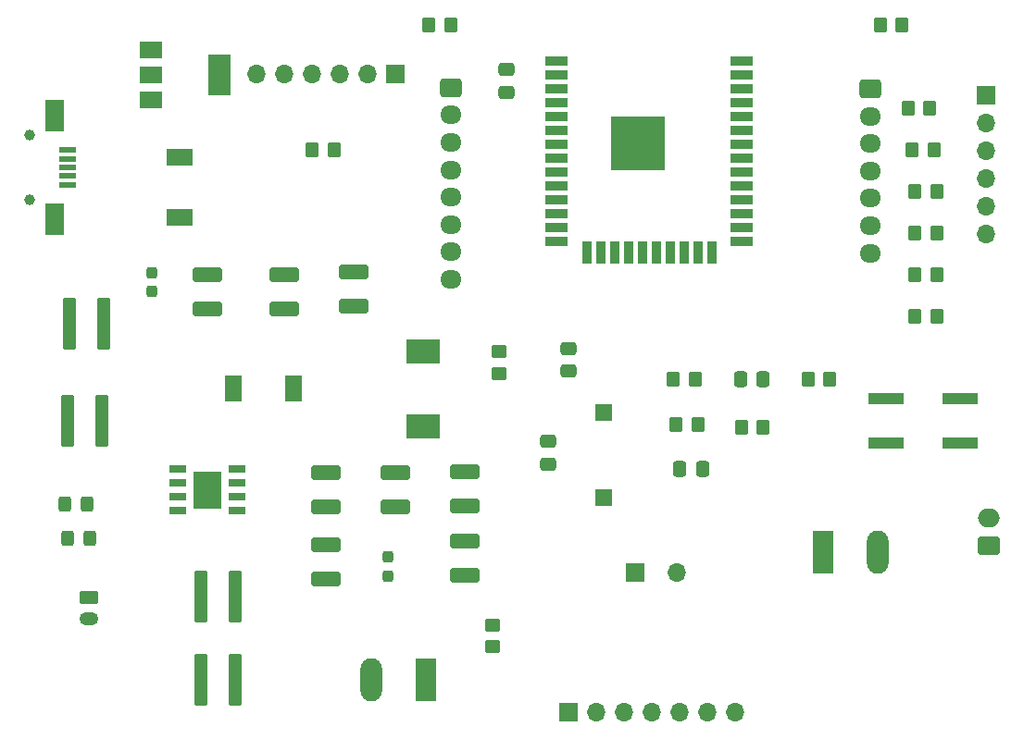
<source format=gts>
G04 #@! TF.GenerationSoftware,KiCad,Pcbnew,(6.0.4)*
G04 #@! TF.CreationDate,2022-05-20T18:13:48-05:00*
G04 #@! TF.ProjectId,REEL,5245454c-2e6b-4696-9361-645f70636258,rev?*
G04 #@! TF.SameCoordinates,Original*
G04 #@! TF.FileFunction,Soldermask,Top*
G04 #@! TF.FilePolarity,Negative*
%FSLAX46Y46*%
G04 Gerber Fmt 4.6, Leading zero omitted, Abs format (unit mm)*
G04 Created by KiCad (PCBNEW (6.0.4)) date 2022-05-20 18:13:48*
%MOMM*%
%LPD*%
G01*
G04 APERTURE LIST*
G04 Aperture macros list*
%AMRoundRect*
0 Rectangle with rounded corners*
0 $1 Rounding radius*
0 $2 $3 $4 $5 $6 $7 $8 $9 X,Y pos of 4 corners*
0 Add a 4 corners polygon primitive as box body*
4,1,4,$2,$3,$4,$5,$6,$7,$8,$9,$2,$3,0*
0 Add four circle primitives for the rounded corners*
1,1,$1+$1,$2,$3*
1,1,$1+$1,$4,$5*
1,1,$1+$1,$6,$7*
1,1,$1+$1,$8,$9*
0 Add four rect primitives between the rounded corners*
20,1,$1+$1,$2,$3,$4,$5,0*
20,1,$1+$1,$4,$5,$6,$7,0*
20,1,$1+$1,$6,$7,$8,$9,0*
20,1,$1+$1,$8,$9,$2,$3,0*%
G04 Aperture macros list end*
%ADD10RoundRect,0.250000X-0.475000X0.337500X-0.475000X-0.337500X0.475000X-0.337500X0.475000X0.337500X0*%
%ADD11RoundRect,0.237500X0.237500X-0.300000X0.237500X0.300000X-0.237500X0.300000X-0.237500X-0.300000X0*%
%ADD12R,2.000000X1.500000*%
%ADD13R,2.000000X3.800000*%
%ADD14RoundRect,0.250000X-0.350000X-0.450000X0.350000X-0.450000X0.350000X0.450000X-0.350000X0.450000X0*%
%ADD15R,1.980000X3.960000*%
%ADD16O,1.980000X3.960000*%
%ADD17R,1.700000X1.700000*%
%ADD18O,1.700000X1.700000*%
%ADD19RoundRect,0.250000X0.350000X0.450000X-0.350000X0.450000X-0.350000X-0.450000X0.350000X-0.450000X0*%
%ADD20RoundRect,0.250000X0.337500X0.475000X-0.337500X0.475000X-0.337500X-0.475000X0.337500X-0.475000X0*%
%ADD21RoundRect,0.250000X0.325000X0.450000X-0.325000X0.450000X-0.325000X-0.450000X0.325000X-0.450000X0*%
%ADD22RoundRect,0.250000X0.362500X2.125000X-0.362500X2.125000X-0.362500X-2.125000X0.362500X-2.125000X0*%
%ADD23RoundRect,0.237500X-0.237500X0.300000X-0.237500X-0.300000X0.237500X-0.300000X0.237500X0.300000X0*%
%ADD24RoundRect,0.250000X-1.100000X0.412500X-1.100000X-0.412500X1.100000X-0.412500X1.100000X0.412500X0*%
%ADD25RoundRect,0.250000X1.100000X-0.412500X1.100000X0.412500X-1.100000X0.412500X-1.100000X-0.412500X0*%
%ADD26RoundRect,0.250000X-0.725000X0.600000X-0.725000X-0.600000X0.725000X-0.600000X0.725000X0.600000X0*%
%ADD27O,1.950000X1.700000*%
%ADD28RoundRect,0.250000X-0.450000X0.350000X-0.450000X-0.350000X0.450000X-0.350000X0.450000X0.350000X0*%
%ADD29R,3.200000X1.000000*%
%ADD30R,2.000000X0.900000*%
%ADD31R,0.900000X2.000000*%
%ADD32R,5.000000X5.000000*%
%ADD33R,1.500000X2.400000*%
%ADD34R,1.525000X0.700000*%
%ADD35R,2.513000X3.402000*%
%ADD36RoundRect,0.250000X0.750000X-0.600000X0.750000X0.600000X-0.750000X0.600000X-0.750000X-0.600000X0*%
%ADD37O,2.000000X1.700000*%
%ADD38C,1.000000*%
%ADD39R,1.500000X0.500000*%
%ADD40R,1.800000X3.000000*%
%ADD41R,3.120000X2.290000*%
%ADD42RoundRect,0.250000X-0.362500X-2.125000X0.362500X-2.125000X0.362500X2.125000X-0.362500X2.125000X0*%
%ADD43RoundRect,0.250000X-0.625000X0.350000X-0.625000X-0.350000X0.625000X-0.350000X0.625000X0.350000X0*%
%ADD44O,1.750000X1.200000*%
%ADD45R,2.400000X1.500000*%
%ADD46R,1.500000X1.500000*%
G04 APERTURE END LIST*
D10*
X86360000Y-90535000D03*
X86360000Y-92610000D03*
D11*
X48260000Y-85317500D03*
X48260000Y-83592500D03*
D12*
X48107600Y-63195200D03*
X48107600Y-65495200D03*
D13*
X54407600Y-65495200D03*
D12*
X48107600Y-67795200D03*
D14*
X73565000Y-60960000D03*
X75565000Y-60960000D03*
X96155000Y-97520000D03*
X98155000Y-97520000D03*
D15*
X109630000Y-109220000D03*
D16*
X114630000Y-109220000D03*
D17*
X86360000Y-123825000D03*
D18*
X88900000Y-123825000D03*
X91440000Y-123825000D03*
X93980000Y-123825000D03*
X96520000Y-123825000D03*
X99060000Y-123825000D03*
X101600000Y-123825000D03*
D14*
X102140000Y-97790000D03*
X104140000Y-97790000D03*
D19*
X110220000Y-93345000D03*
X108220000Y-93345000D03*
D17*
X70485000Y-65405000D03*
D18*
X67945000Y-65405000D03*
X65405000Y-65405000D03*
X62865000Y-65405000D03*
X60325000Y-65405000D03*
X57785000Y-65405000D03*
D17*
X92405200Y-111023400D03*
D18*
X96215200Y-111023400D03*
D10*
X84455000Y-99060000D03*
X84455000Y-101135000D03*
D20*
X104140000Y-93345000D03*
X102065000Y-93345000D03*
D21*
X42545000Y-107950000D03*
X40495000Y-107950000D03*
D19*
X64865000Y-72390000D03*
X62865000Y-72390000D03*
D22*
X43815000Y-88265000D03*
X40690000Y-88265000D03*
X55830000Y-120895000D03*
X52705000Y-120895000D03*
D23*
X69850000Y-109645000D03*
X69850000Y-111370000D03*
D21*
X42300000Y-104775000D03*
X40250000Y-104775000D03*
D15*
X73250000Y-120895000D03*
D16*
X68250000Y-120895000D03*
D24*
X76835000Y-108195000D03*
X76835000Y-111320000D03*
D25*
X70485000Y-105067500D03*
X70485000Y-101942500D03*
D10*
X80645000Y-65002500D03*
X80645000Y-67077500D03*
D26*
X75565000Y-66675000D03*
D27*
X75565000Y-69175000D03*
X75565000Y-71675000D03*
X75565000Y-74175000D03*
X75565000Y-76675000D03*
X75565000Y-79175000D03*
X75565000Y-81675000D03*
X75565000Y-84175000D03*
D25*
X64135000Y-105067500D03*
X64135000Y-101942500D03*
D28*
X80010000Y-90805000D03*
X80010000Y-92805000D03*
D26*
X113965000Y-66795000D03*
D27*
X113965000Y-69295000D03*
X113965000Y-71795000D03*
X113965000Y-74295000D03*
X113965000Y-76795000D03*
X113965000Y-79295000D03*
X113965000Y-81795000D03*
D22*
X43615000Y-97155000D03*
X40490000Y-97155000D03*
D19*
X120015000Y-87630000D03*
X118015000Y-87630000D03*
D28*
X79375000Y-115840000D03*
X79375000Y-117840000D03*
D29*
X122145000Y-95155000D03*
X115345000Y-95155000D03*
X115345000Y-99155000D03*
X122145000Y-99155000D03*
D19*
X120015000Y-76200000D03*
X118015000Y-76200000D03*
D30*
X85198800Y-64267000D03*
X85198800Y-65537000D03*
X85198800Y-66807000D03*
X85198800Y-68077000D03*
X85198800Y-69347000D03*
X85198800Y-70617000D03*
X85198800Y-71887000D03*
X85198800Y-73157000D03*
X85198800Y-74427000D03*
X85198800Y-75697000D03*
X85198800Y-76967000D03*
X85198800Y-78237000D03*
X85198800Y-79507000D03*
X85198800Y-80777000D03*
D31*
X87983800Y-81777000D03*
X89253800Y-81777000D03*
X90523800Y-81777000D03*
X91793800Y-81777000D03*
X93063800Y-81777000D03*
X94333800Y-81777000D03*
X95603800Y-81777000D03*
X96873800Y-81777000D03*
X98143800Y-81777000D03*
X99413800Y-81777000D03*
D30*
X102198800Y-80777000D03*
X102198800Y-79507000D03*
X102198800Y-78237000D03*
X102198800Y-76967000D03*
X102198800Y-75697000D03*
X102198800Y-74427000D03*
X102198800Y-73157000D03*
X102198800Y-71887000D03*
X102198800Y-70617000D03*
X102198800Y-69347000D03*
X102198800Y-68077000D03*
X102198800Y-66807000D03*
X102198800Y-65537000D03*
X102198800Y-64267000D03*
D32*
X92698800Y-71767000D03*
D33*
X55670000Y-94225000D03*
X61170000Y-94225000D03*
D25*
X76835000Y-104970000D03*
X76835000Y-101845000D03*
D19*
X119745000Y-72390000D03*
X117745000Y-72390000D03*
D17*
X124485000Y-67335000D03*
D18*
X124485000Y-69875000D03*
X124485000Y-72415000D03*
X124485000Y-74955000D03*
X124485000Y-77495000D03*
X124485000Y-80035000D03*
D20*
X98595000Y-101600000D03*
X96520000Y-101600000D03*
D34*
X50628000Y-101600000D03*
X50628000Y-102870000D03*
X50628000Y-104140000D03*
X50628000Y-105410000D03*
X56052000Y-105410000D03*
X56052000Y-104140000D03*
X56052000Y-102870000D03*
X56052000Y-101600000D03*
D35*
X53340000Y-103505000D03*
D36*
X124795000Y-108565000D03*
D37*
X124795000Y-106065000D03*
D38*
X37070000Y-76965000D03*
X37070000Y-70965000D03*
D39*
X40520000Y-75565000D03*
X40520000Y-74765000D03*
X40520000Y-73965000D03*
X40520000Y-73165000D03*
X40520000Y-72365000D03*
D40*
X39370000Y-69215000D03*
X39370000Y-78715000D03*
D41*
X73025000Y-97655000D03*
X73025000Y-90795000D03*
D19*
X120015000Y-80010000D03*
X118015000Y-80010000D03*
X120015000Y-83820000D03*
X118015000Y-83820000D03*
D42*
X52705000Y-113275000D03*
X55830000Y-113275000D03*
D43*
X42460000Y-113300000D03*
D44*
X42460000Y-115300000D03*
D14*
X95885000Y-93345000D03*
X97885000Y-93345000D03*
D19*
X116840000Y-60960000D03*
X114840000Y-60960000D03*
D25*
X64135000Y-111662500D03*
X64135000Y-108537500D03*
D19*
X119380000Y-68580000D03*
X117380000Y-68580000D03*
D45*
X50800000Y-73025000D03*
X50800000Y-78525000D03*
D25*
X53340000Y-86945000D03*
X53340000Y-83820000D03*
D46*
X89535000Y-104230000D03*
X89535000Y-96430000D03*
D25*
X66675000Y-86652500D03*
X66675000Y-83527500D03*
X60325000Y-86945000D03*
X60325000Y-83820000D03*
M02*

</source>
